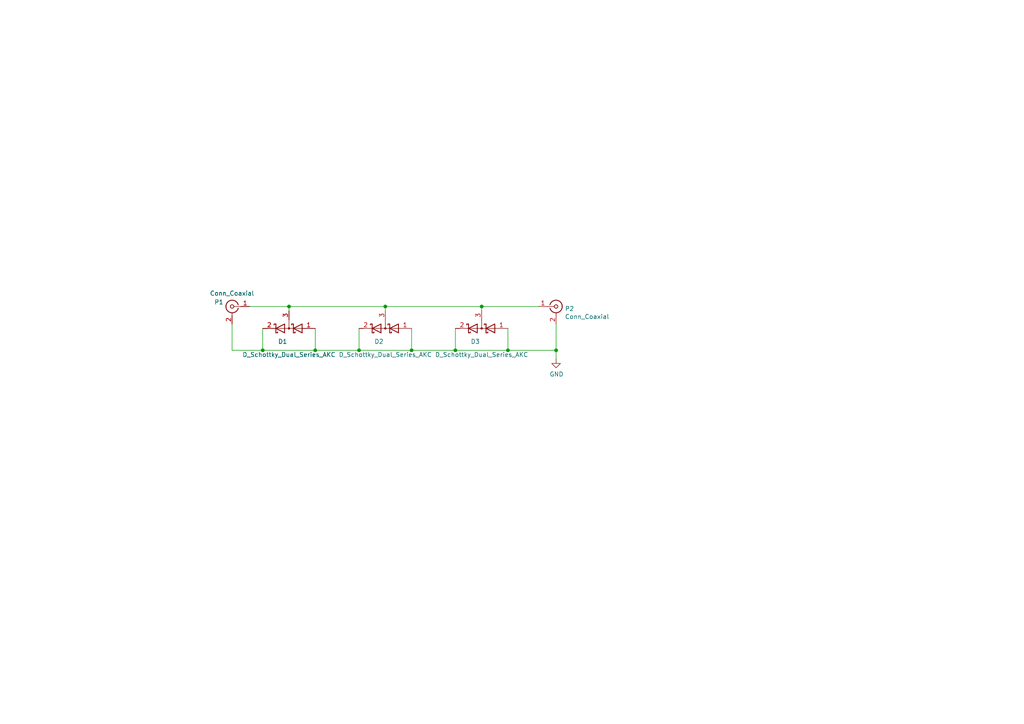
<source format=kicad_sch>
(kicad_sch (version 20211123) (generator eeschema)
  (paper "A4")
  (lib_symbols
    (symbol "Connector:Conn_Coaxial" (pin_names (offset 1.016) hide)
      (property "Reference" "J" (at 0.254 3.048 0))
      (property "Value" "Conn_Coaxial" (at 2.921 0 90))
      (symbol "Conn_Coaxial_0_1"
        (arc (start -1.778 -0.508) (mid 0.222 -1.808) (end 1.778 0) (stroke (width 0.254)))
        (polyline (pts (xy -2.54 0) (xy -0.508 0)))
        (polyline (pts (xy 0 -2.54) (xy 0 -1.778)))
        (circle (center 0 0) (radius 0.508) (stroke (width 0.2032)))
        (arc (start 1.778 0) (mid 0.222 1.8083) (end -1.778 0.508) (stroke (width 0.254)))
      )
      (symbol "Conn_Coaxial_1_1"
        (pin passive line (at -5.08 0 0) (length 2.54) (name "In") (number "1"))
        (pin passive line (at 0 -5.08 90) (length 2.54) (name "Ext") (number "2"))
      )
    )
    (symbol "Device:D_Schottky_Dual_Series_AKC" (pin_names (offset 0.762) hide)
      (property "Reference" "D" (at 1.27 -2.54 0))
      (property "Value" "D_Schottky_Dual_Series_AKC" (at 0 2.54 0))
      (symbol "D_Schottky_Dual_Series_AKC_0_1"
        (polyline (pts (xy -3.81 0) (xy 3.81 0)))
        (polyline (pts (xy 0 0) (xy 0 -2.54)))
        (polyline (pts (xy 6.35 0) (xy 7.62 0)))
        (polyline (pts (xy -1.27 -1.27) (xy -1.27 1.27) (xy -1.27 1.27)) (stroke (width 0.254)))
        (polyline (pts (xy 3.81 1.27) (xy 3.81 -1.27) (xy 3.81 -1.27)) (stroke (width 0.254)))
        (polyline (pts (xy -1.27 -1.27) (xy -0.762 -1.27) (xy -0.762 -1.016) (xy -0.762 -1.016)) (stroke (width 0.254)))
        (polyline (pts (xy 3.81 -1.27) (xy 4.318 -1.27) (xy 4.318 -1.016) (xy 4.318 -1.016)) (stroke (width 0.254)))
        (polyline (pts (xy 3.81 1.27) (xy 3.302 1.27) (xy 3.302 1.016) (xy 3.302 1.016)) (stroke (width 0.254)))
        (polyline (pts (xy -1.778 1.016) (xy -1.778 1.27) (xy -1.27 1.27) (xy -1.27 1.27) (xy -1.27 1.27)) (stroke (width 0.254)))
        (polyline (pts (xy -3.81 1.27) (xy -1.27 0) (xy -3.81 -1.27) (xy -3.81 1.27) (xy -3.81 1.27) (xy -3.81 1.27)) (stroke (width 0.254)))
        (polyline (pts (xy 1.27 1.27) (xy 3.81 0) (xy 1.27 -1.27) (xy 1.27 1.27) (xy 1.27 1.27) (xy 1.27 1.27)) (stroke (width 0.254)))
        (circle (center 0 0) (radius 0.254) (fill (type outline)))
        (pin passive line (at -7.62 0 0) (length 3.81) (name "A") (number "1"))
        (pin passive line (at 7.62 0 180) (length 3.81) (name "K") (number "2"))
        (pin passive line (at 0 -5.08 90) (length 2.54) (name "common") (number "3"))
      )
    )
    (symbol "power:GND" (power) (pin_names (offset 0))
      (property "Value" "GND" (at 0 -3.81 0))
      (symbol "GND_0_1"
        (polyline (pts (xy 0 0) (xy 0 -1.27) (xy 1.27 -1.27) (xy 0 -2.54) (xy -1.27 -1.27) (xy 0 -1.27)))
      )
      (symbol "GND_1_1"
        (pin power_in line (at 0 0 270) (length 0) hide (name "GND") (number "1"))
      )
    )
  )
  (junction (at 104.14 101.6))
  (junction (at 147.32 101.6))
  (junction (at 111.76 88.9))
  (junction (at 119.38 101.6))
  (junction (at 91.44 101.6))
  (junction (at 132.08 101.6))
  (junction (at 139.7 88.9))
  (junction (at 76.2 101.6))
  (junction (at 83.82 88.9))
  (junction (at 161.29 101.6))
  (wire (pts (xy 67.31 93.98) (xy 67.31 101.6)))
  (wire (pts (xy 91.44 101.6) (xy 76.2 101.6)))
  (wire (pts (xy 139.7 88.9) (xy 156.21 88.9)))
  (wire (pts (xy 119.38 101.6) (xy 132.08 101.6)))
  (wire (pts (xy 76.2 95.25) (xy 76.2 101.6)))
  (wire (pts (xy 119.38 101.6) (xy 104.14 101.6)))
  (wire (pts (xy 161.29 101.6) (xy 147.32 101.6)))
  (wire (pts (xy 83.82 88.9) (xy 111.76 88.9)))
  (wire (pts (xy 72.39 88.9) (xy 83.82 88.9)))
  (wire (pts (xy 161.29 101.6) (xy 161.29 104.14)))
  (wire (pts (xy 132.08 95.25) (xy 132.08 101.6)))
  (wire (pts (xy 147.32 95.25) (xy 147.32 101.6)))
  (wire (pts (xy 67.31 101.6) (xy 76.2 101.6)))
  (wire (pts (xy 111.76 88.9) (xy 111.76 90.17)))
  (wire (pts (xy 91.44 95.25) (xy 91.44 101.6)))
  (wire (pts (xy 111.76 88.9) (xy 139.7 88.9)))
  (wire (pts (xy 91.44 101.6) (xy 104.14 101.6)))
  (wire (pts (xy 104.14 95.25) (xy 104.14 101.6)))
  (wire (pts (xy 161.29 93.98) (xy 161.29 101.6)))
  (wire (pts (xy 139.7 88.9) (xy 139.7 90.17)))
  (wire (pts (xy 119.38 95.25) (xy 119.38 101.6)))
  (wire (pts (xy 83.82 88.9) (xy 83.82 90.17)))
  (wire (pts (xy 147.32 101.6) (xy 132.08 101.6)))
  (symbol (lib_id "Connector:Conn_Coaxial") (at 67.31 88.9 0) (mirror y) (unit 1)
    (property "Reference" "P1" (at 63.5 87.63 0))
    (property "Value" "Conn_Coaxial" (at 67.31 85.09 0))
    (property "Footprint" "Connector_Coaxial:SMA_Samtec_SMA-J-P-X-ST-EM1_EdgeMount" (effects hide))
    (property "Datasheet" " ~" (effects hide))
  )
  (symbol (lib_id "power:GND") (at 161.29 104.14 0) (unit 1)
    (property "Reference" "#PWR01" (effects hide))
    (property "Value" "GND" (at 161.417 108.5342 0))
  )
  (symbol (lib_id "Device:D_Schottky_Dual_Series_AKC") (at 111.76 95.25 180) (unit 1)
    (property "Reference" "D2" (at 109.9185 99.06 0))
    (property "Value" "D_Schottky_Dual_Series_AKC" (at 111.76 102.87 0))
    (property "Footprint" "Package_TO_SOT_SMD:TSOT-23_HandSoldering" (effects hide))
  )
  (symbol (lib_id "Device:D_Schottky_Dual_Series_AKC") (at 139.7 95.25 180) (unit 1)
    (property "Reference" "D3" (at 137.8585 99.06 0))
    (property "Value" "D_Schottky_Dual_Series_AKC" (at 139.7 102.87 0))
    (property "Footprint" "Package_TO_SOT_SMD:TSOT-23_HandSoldering" (effects hide))
  )
  (symbol (lib_id "Device:D_Schottky_Dual_Series_AKC") (at 83.82 95.25 180) (unit 1)
    (property "Reference" "D1" (at 81.9785 99.06 0))
    (property "Value" "D_Schottky_Dual_Series_AKC" (at 83.82 102.87 0))
    (property "Footprint" "Package_TO_SOT_SMD:TSOT-23_HandSoldering" (effects hide))
  )
  (symbol (lib_id "Connector:Conn_Coaxial") (at 161.29 88.9 0) (unit 1)
    (property "Reference" "P2" (at 163.83 89.535 0) (effects (justify left)))
    (property "Value" "Conn_Coaxial" (at 163.83 91.8464 0) (effects (justify left)))
    (property "Footprint" "Connector_Coaxial:SMA_Samtec_SMA-J-P-X-ST-EM1_EdgeMount" (effects hide))
    (property "Datasheet" " ~" (effects hide))
  )
)
</source>
